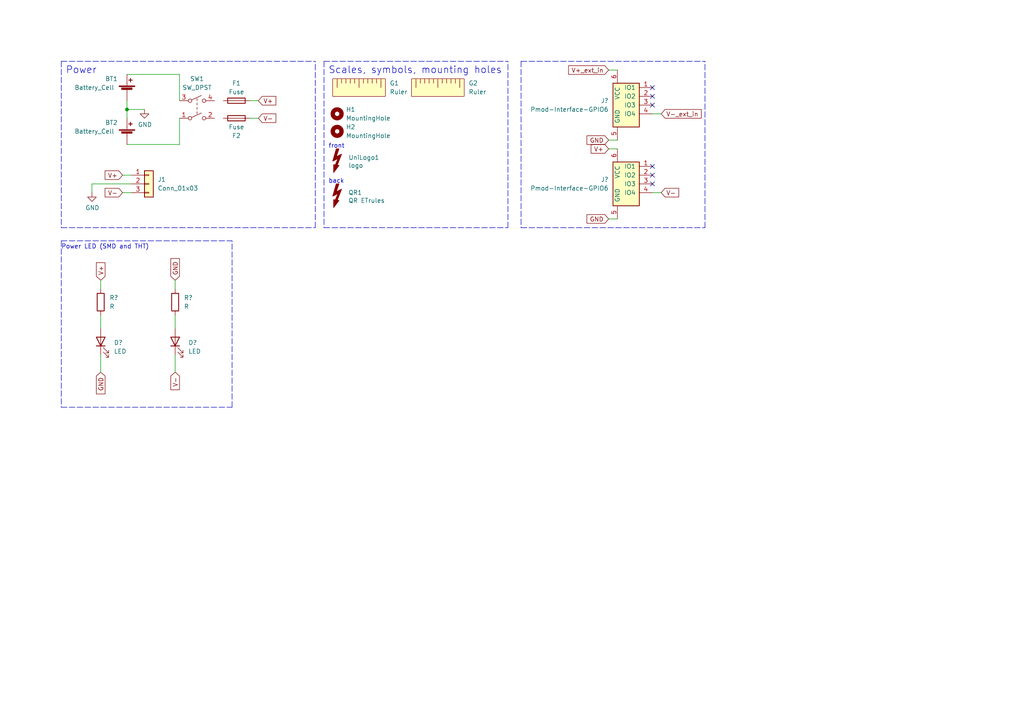
<source format=kicad_sch>
(kicad_sch (version 20211123) (generator eeschema)
  (paper "A4")
  (lib_symbols
    (symbol "Connector_Generic:Conn_01x03" (pin_names (offset 1.016) hide)
      (property "Reference" "J" (at 0 5.08 0))
      (property "Value" "Conn_01x03" (at 0 -5.08 0))
      (symbol "Conn_01x03_1_1"
        (rectangle (start -1.27 -2.413) (end 0 -2.667) (stroke (width 0.1524)))
        (rectangle (start -1.27 0.127) (end 0 -0.127) (stroke (width 0.1524)))
        (rectangle (start -1.27 2.667) (end 0 2.413) (stroke (width 0.1524)))
        (rectangle (start -1.27 3.81) (end 1.27 -3.81) (stroke (width 0.254)) (fill (type background)))
        (pin passive line (at -5.08 2.54 0) (length 3.81) (name "Pin_1") (number "1"))
        (pin passive line (at -5.08 0 0) (length 3.81) (name "Pin_2") (number "2"))
        (pin passive line (at -5.08 -2.54 0) (length 3.81) (name "Pin_3") (number "3"))
      )
    )
    (symbol "Device:Battery_Cell" (pin_numbers hide) (pin_names (offset 0) hide)
      (property "Reference" "BT" (at 2.54 2.54 0))
      (property "Value" "Battery_Cell" (at 2.54 0 0))
      (symbol "Battery_Cell_0_1"
        (rectangle (start -2.286 1.778) (end 2.286 1.524) (fill (type outline)))
        (rectangle (start -1.5748 1.1938) (end 1.4732 0.6858) (fill (type outline)))
        (polyline (pts (xy 0 0.762) (xy 0 0)))
        (polyline (pts (xy 0 1.778) (xy 0 2.54)))
        (polyline (pts (xy 0.508 3.429) (xy 1.524 3.429)) (stroke (width 0.254)))
        (polyline (pts (xy 1.016 3.937) (xy 1.016 2.921)) (stroke (width 0.254)))
      )
      (symbol "Battery_Cell_1_1"
        (pin passive line (at 0 5.08 270) (length 2.54) (name "+") (number "1"))
        (pin passive line (at 0 -2.54 90) (length 2.54) (name "-") (number "2"))
      )
    )
    (symbol "Device:Fuse" (pin_numbers hide) (pin_names (offset 0))
      (property "Reference" "F" (at 2.032 0 90))
      (property "Value" "Fuse" (at -1.905 0 90))
      (symbol "Fuse_0_1"
        (rectangle (start -0.762 -2.54) (end 0.762 2.54) (stroke (width 0.254)))
        (polyline (pts (xy 0 2.54) (xy 0 -2.54)))
      )
      (symbol "Fuse_1_1"
        (pin passive line (at 0 3.81 270) (length 1.27) (name "~") (number "1"))
        (pin passive line (at 0 -3.81 90) (length 1.27) (name "~") (number "2"))
      )
    )
    (symbol "Device:LED" (pin_numbers hide) (pin_names (offset 1.016) hide)
      (property "Reference" "D" (at 0 2.54 0))
      (property "Value" "LED" (at 0 -2.54 0))
      (symbol "LED_0_1"
        (polyline (pts (xy -1.27 -1.27) (xy -1.27 1.27)) (stroke (width 0.254)))
        (polyline (pts (xy -1.27 0) (xy 1.27 0)))
        (polyline (pts (xy 1.27 -1.27) (xy 1.27 1.27) (xy -1.27 0) (xy 1.27 -1.27)) (stroke (width 0.254)))
        (polyline (pts (xy -3.048 -0.762) (xy -4.572 -2.286) (xy -3.81 -2.286) (xy -4.572 -2.286) (xy -4.572 -1.524)))
        (polyline (pts (xy -1.778 -0.762) (xy -3.302 -2.286) (xy -2.54 -2.286) (xy -3.302 -2.286) (xy -3.302 -1.524)))
      )
      (symbol "LED_1_1"
        (pin passive line (at -3.81 0 0) (length 2.54) (name "K") (number "1"))
        (pin passive line (at 3.81 0 180) (length 2.54) (name "A") (number "2"))
      )
    )
    (symbol "Device:R" (pin_numbers hide) (pin_names (offset 0))
      (property "Reference" "R" (at 2.032 0 90))
      (property "Value" "R" (at 0 0 90))
      (symbol "R_0_1"
        (rectangle (start -1.016 -2.54) (end 1.016 2.54) (stroke (width 0.254)))
      )
      (symbol "R_1_1"
        (pin passive line (at 0 3.81 270) (length 1.27) (name "~") (number "1"))
        (pin passive line (at 0 -3.81 90) (length 1.27) (name "~") (number "2"))
      )
    )
    (symbol "Graphic:SYM_Flash_Small" (pin_names (offset 1.016))
      (symbol "SYM_Flash_Small_0_1"
        (polyline (pts (xy 0.508 -1.016) (xy -1.016 -0.762) (xy -1.016 -3.048) (xy 0.508 -1.016)) (stroke (width 0.2032)) (fill (type outline)))
        (polyline (pts (xy -0.254 3.81) (xy 0.508 3.81) (xy -0.254 1.524) (xy 1.27 2.286) (xy 0 -1.016) (xy -0.508 -0.762) (xy 0.254 1.016) (xy -1.27 0.254) (xy -0.254 3.81)) (stroke (width 0.2032)) (fill (type outline)))
      )
    )
    (symbol "Mechanical:MountingHole" (pin_names (offset 1.016))
      (property "Reference" "H" (at 0 5.08 0))
      (property "Value" "MountingHole" (at 0 3.175 0))
      (symbol "MountingHole_0_1"
        (circle (center 0 0) (radius 1.27) (stroke (width 1.27)))
      )
    )
    (symbol "Switch:SW_DPST" (pin_names (offset 0) hide)
      (property "Reference" "SW" (at 0 5.08 0))
      (property "Value" "SW_DPST" (at 0 -5.08 0))
      (symbol "SW_DPST_0_0"
        (circle (center -2.032 -2.54) (radius 0.508))
        (circle (center -2.032 2.54) (radius 0.508))
        (polyline (pts (xy -1.524 -2.286) (xy 1.27 -1.016)))
        (polyline (pts (xy -1.524 2.794) (xy 1.27 4.064)))
        (polyline (pts (xy 0 -1.27) (xy 0 -0.635)))
        (polyline (pts (xy 0 0) (xy 0 0.635)))
        (polyline (pts (xy 0 1.27) (xy 0 1.905)))
        (polyline (pts (xy 0 2.54) (xy 0 3.175)))
        (circle (center 2.032 -2.54) (radius 0.508))
        (circle (center 2.032 2.54) (radius 0.508))
      )
      (symbol "SW_DPST_1_1"
        (pin passive line (at -5.08 -2.54 0) (length 2.54) (name "1") (number "1"))
        (pin passive line (at 5.08 -2.54 180) (length 2.54) (name "2") (number "2"))
        (pin passive line (at -5.08 2.54 0) (length 2.54) (name "3") (number "3"))
        (pin passive line (at 5.08 2.54 180) (length 2.54) (name "4") (number "4"))
      )
    )
    (symbol "emt-pmos:Pmod-Interface-GPIO6" (pin_names (offset 1.016))
      (property "Reference" "J" (at 0 7.62 0))
      (property "Value" "Pmod-Interface-GPIO6" (at 10.16 -8.89 0))
      (symbol "Pmod-Interface-GPIO6_1_1"
        (rectangle (start 3.81 -6.35) (end -3.81 6.35) (stroke (width 0.254)) (fill (type background)))
        (pin bidirectional line (at 7.62 5.08 180) (length 3.81) (name "IO1") (number "1"))
        (pin bidirectional line (at 7.62 2.54 180) (length 3.81) (name "IO2") (number "2"))
        (pin bidirectional line (at 7.62 0 180) (length 3.81) (name "IO3") (number "3"))
        (pin bidirectional line (at 7.62 -2.54 180) (length 3.81) (name "IO4") (number "4"))
        (pin power_in line (at -2.54 -10.16 90) (length 3.81) (name "GND") (number "5"))
        (pin power_in line (at -2.54 10.16 270) (length 3.81) (name "VCC") (number "6"))
      )
    )
    (symbol "et-ruler-symbols:Ruler" (pin_numbers hide) (pin_names (offset 0) hide)
      (property "Reference" "G" (at 0 5.08 0))
      (property "Value" "Ruler" (at 0 -3.81 0))
      (symbol "Ruler_0_1"
        (rectangle (start -7.62 2.54) (end 7.62 -2.54) (fill (type background)))
        (polyline (pts (xy -6.35 2.54) (xy -6.35 0)))
        (polyline (pts (xy -5.08 2.54) (xy -5.08 1.27)))
        (polyline (pts (xy -3.81 2.54) (xy -3.81 1.27)))
        (polyline (pts (xy -2.54 2.54) (xy -2.54 1.27)))
        (polyline (pts (xy -1.27 2.54) (xy -1.27 1.27)))
        (polyline (pts (xy 0 2.54) (xy 0 0)))
        (polyline (pts (xy 1.27 2.54) (xy 1.27 1.27)))
        (polyline (pts (xy 2.54 2.54) (xy 2.54 1.27)))
        (polyline (pts (xy 3.81 2.54) (xy 3.81 1.27)))
        (polyline (pts (xy 5.08 2.54) (xy 5.08 1.27)))
        (polyline (pts (xy 6.35 2.54) (xy 6.35 0)))
      )
    )
    (symbol "power:GND" (power) (pin_names (offset 0))
      (property "Value" "GND" (at 0 -3.81 0))
      (symbol "GND_0_1"
        (polyline (pts (xy 0 0) (xy 0 -1.27) (xy 1.27 -1.27) (xy 0 -2.54) (xy -1.27 -1.27) (xy 0 -1.27)))
      )
      (symbol "GND_1_1"
        (pin power_in line (at 0 0 270) (length 0) hide (name "GND") (number "1"))
      )
    )
  )
  (junction (at 36.83 31.75))
  (no_connect (at 189.23 27.94))
  (no_connect (at 189.23 53.34))
  (no_connect (at 189.23 50.8))
  (no_connect (at 189.23 25.4))
  (no_connect (at 189.23 48.26))
  (no_connect (at 189.23 30.48))
  (polyline (pts (xy 93.98 66.04) (xy 147.32 66.04)))
  (wire (pts (xy 52.07 21.59) (xy 52.07 29.21)))
  (wire (pts (xy 176.53 20.32) (xy 179.07 20.32)))
  (wire (pts (xy 35.56 55.88) (xy 38.1 55.88)))
  (wire (pts (xy 189.23 33.02) (xy 191.77 33.02)))
  (wire (pts (xy 176.53 63.5) (xy 179.07 63.5)))
  (polyline (pts (xy 17.78 69.85) (xy 17.78 118.11)))
  (wire (pts (xy 29.21 81.28) (xy 29.21 83.82)))
  (polyline (pts (xy 67.31 118.11) (xy 67.31 69.85)))
  (polyline (pts (xy 151.13 66.04) (xy 204.47 66.04)))
  (wire (pts (xy 35.56 50.8) (xy 38.1 50.8)))
  (polyline (pts (xy 17.78 118.11) (xy 67.31 118.11)))
  (wire (pts (xy 176.53 40.64) (xy 179.07 40.64)))
  (polyline (pts (xy 151.13 17.78) (xy 204.47 17.78)))
  (wire (pts (xy 36.83 41.91) (xy 52.07 41.91)))
  (wire (pts (xy 29.21 102.87) (xy 29.21 107.95)))
  (wire (pts (xy 52.07 41.91) (xy 52.07 34.29)))
  (wire (pts (xy 26.67 53.34) (xy 38.1 53.34)))
  (polyline (pts (xy 204.47 66.04) (xy 204.47 17.78)))
  (wire (pts (xy 72.39 29.21) (xy 74.93 29.21)))
  (polyline (pts (xy 91.44 66.04) (xy 91.44 17.78)))
  (wire (pts (xy 50.8 91.44) (xy 50.8 95.25)))
  (polyline (pts (xy 17.78 17.78) (xy 17.78 66.04)))
  (wire (pts (xy 50.8 81.28) (xy 50.8 83.82)))
  (polyline (pts (xy 17.78 66.04) (xy 91.44 66.04)))
  (polyline (pts (xy 151.13 17.78) (xy 151.13 66.04)))
  (wire (pts (xy 50.8 102.87) (xy 50.8 107.95)))
  (wire (pts (xy 36.83 31.75) (xy 36.83 29.21)))
  (polyline (pts (xy 93.98 17.78) (xy 93.98 66.04)))
  (polyline (pts (xy 17.78 17.78) (xy 91.44 17.78)))
  (wire (pts (xy 176.53 43.18) (xy 179.07 43.18)))
  (polyline (pts (xy 93.98 17.78) (xy 147.32 17.78)))
  (wire (pts (xy 41.91 31.75) (xy 36.83 31.75)))
  (polyline (pts (xy 147.32 66.04) (xy 147.32 17.78)))
  (polyline (pts (xy 17.78 69.85) (xy 67.31 69.85)))
  (wire (pts (xy 72.39 34.29) (xy 74.93 34.29)))
  (wire (pts (xy 29.21 91.44) (xy 29.21 95.25)))
  (wire (pts (xy 36.83 21.59) (xy 52.07 21.59)))
  (wire (pts (xy 26.67 55.88) (xy 26.67 53.34)))
  (wire (pts (xy 189.23 55.88) (xy 191.77 55.88)))
  (wire (pts (xy 36.83 31.75) (xy 36.83 34.29)))
  (text "front" (at 95.25 43.18 0) (effects (font (size 1.27 1.27)) (justify left bottom)))
  (text "Power LED (SMD and THT)" (at 17.78 72.39 0) (effects (font (size 1.27 1.27)) (justify left bottom)))
  (text "back" (at 95.25 53.34 0) (effects (font (size 1.27 1.27)) (justify left bottom)))
  (text "Power" (at 19.05 21.59 0) (effects (font (size 2 2)) (justify left bottom)))
  (text "Scales, symbols, mounting holes" (at 95.25 21.59 0) (effects (font (size 2 2)) (justify left bottom)))
  (global_label "GND" (shape input) (at 176.53 40.64 180) (property "Intersheet References" "${INTERSHEET_REFS}" (effects hide)))
  (global_label "V+" (shape input) (at 74.93 29.21 0) (property "Intersheet References" "${INTERSHEET_REFS}" (effects hide)))
  (global_label "V+" (shape input) (at 35.56 50.8 180) (property "Intersheet References" "${INTERSHEET_REFS}" (effects hide)))
  (global_label "V-" (shape input) (at 50.8 107.95 270) (property "Intersheet References" "${INTERSHEET_REFS}" (effects hide)))
  (global_label "V+_ext_in" (shape input) (at 176.53 20.32 180) (property "Intersheet References" "${INTERSHEET_REFS}" (effects hide)))
  (global_label "GND" (shape input) (at 50.8 81.28 90) (property "Intersheet References" "${INTERSHEET_REFS}" (effects hide)))
  (global_label "V-" (shape input) (at 191.77 55.88 0) (property "Intersheet References" "${INTERSHEET_REFS}" (effects hide)))
  (global_label "V-" (shape input) (at 74.93 34.29 0) (property "Intersheet References" "${INTERSHEET_REFS}" (effects hide)))
  (global_label "V+" (shape input) (at 29.21 81.28 90) (property "Intersheet References" "${INTERSHEET_REFS}" (effects hide)))
  (global_label "V-_ext_in" (shape input) (at 191.77 33.02 0) (property "Intersheet References" "${INTERSHEET_REFS}" (effects hide)))
  (global_label "V-" (shape input) (at 35.56 55.88 180) (property "Intersheet References" "${INTERSHEET_REFS}" (effects hide)))
  (global_label "GND" (shape input) (at 29.21 107.95 270) (property "Intersheet References" "${INTERSHEET_REFS}" (effects hide)))
  (global_label "V+" (shape input) (at 176.53 43.18 180) (property "Intersheet References" "${INTERSHEET_REFS}" (effects hide)))
  (global_label "GND" (shape input) (at 176.53 63.5 180) (property "Intersheet References" "${INTERSHEET_REFS}" (effects hide)))
  (symbol (lib_id "Mechanical:MountingHole") (at 97.79 38.1 0) (unit 1)
    (property "Reference" "H2" (at 100.33 36.8299 0) (effects (justify left)))
    (property "Value" "MountingHole" (at 100.33 39.3699 0) (effects (justify left)))
    (property "Footprint" "MountingHole:MountingHole_3.2mm_M3" (effects hide))
  )
  (symbol (lib_id "et-ruler-symbols:Ruler") (at 127 25.4 0) (unit 1)
    (property "Reference" "G2" (at 135.89 24.1299 0) (effects (justify left)))
    (property "Value" "Ruler" (at 135.89 26.6699 0) (effects (justify left)))
    (property "Footprint" "et-ruler-footprints:Metric_Ruler_160mm_top" (effects hide))
  )
  (symbol (lib_id "Switch:SW_DPST") (at 57.15 31.75 0) (unit 1)
    (property "Reference" "SW1" (at 57.15 22.86 0))
    (property "Value" "SW_DPST" (at 57.15 25.4 0))
  )
  (symbol (lib_id "Connector_Generic:Conn_01x03") (at 43.18 53.34 0) (unit 1)
    (property "Reference" "J1" (at 45.72 52.0699 0) (effects (justify left)))
    (property "Value" "Conn_01x03" (at 45.72 54.6099 0) (effects (justify left)))
  )
  (symbol (lib_id "power:GND") (at 41.91 31.75 0) (unit 1)
    (property "Reference" "#PWR02" (effects hide))
    (property "Value" "GND" (at 42.037 36.1442 0))
  )
  (symbol (lib_id "Graphic:SYM_Flash_Small") (at 97.79 46.99 0) (unit 1)
    (property "Reference" "UniLogo1" (at 101.0412 45.6946 0) (effects (justify left)))
    (property "Value" "logo" (at 101.0412 48.006 0) (effects (justify left)))
    (property "Footprint" "Symbol-emt:UPB-Logo_De_15.9X5.6mm" (effects hide))
  )
  (symbol (lib_id "Device:R") (at 50.8 87.63 0) (unit 1)
    (property "Reference" "R?" (at 53.34 86.3599 0) (effects (justify left)))
    (property "Value" "R" (at 53.34 88.8999 0) (effects (justify left)))
    (property "Footprint" "et-ruler-footprints:R_0805_THT_10.16mm_Hybrid" (effects hide))
  )
  (symbol (lib_id "Device:LED") (at 29.21 99.06 90) (unit 1)
    (property "Reference" "D?" (at 33.02 99.3774 90) (effects (justify right)))
    (property "Value" "LED" (at 33.02 101.9174 90) (effects (justify right)))
    (property "Footprint" "et-ruler-footprints:LED_THT_SMD_Hybrid_D3.0mm" (effects hide))
  )
  (symbol (lib_id "Device:Battery_Cell") (at 36.83 26.67 0) (unit 1)
    (property "Reference" "BT1" (at 30.48 22.86 0) (effects (justify left)))
    (property "Value" "Battery_Cell" (at 21.59 25.4 0) (effects (justify left)))
    (property "Footprint" "et-ruler-footprints:BatteryHolder_Keystone_1060_1x2032_adhesive_Hybrid" (effects hide))
  )
  (symbol (lib_id "Device:Fuse") (at 68.58 29.21 90) (mirror x) (unit 1)
    (property "Reference" "F1" (at 68.58 24.13 90))
    (property "Value" "Fuse" (at 68.58 26.67 90))
    (property "Footprint" "et-ruler-footprints:R_0805_THT_5.08mm_Hybrid" (effects hide))
  )
  (symbol (lib_id "Mechanical:MountingHole") (at 97.79 33.02 0) (unit 1)
    (property "Reference" "H1" (at 100.33 31.7499 0) (effects (justify left)))
    (property "Value" "MountingHole" (at 100.33 34.2899 0) (effects (justify left)))
    (property "Footprint" "MountingHole:MountingHole_3.2mm_M3" (effects hide))
  )
  (symbol (lib_id "Graphic:SYM_Flash_Small") (at 97.79 57.15 0) (unit 1)
    (property "Reference" "QR1" (at 101.0158 55.8546 0) (effects (justify left)))
    (property "Value" "QR ETrules" (at 101.0158 58.166 0) (effects (justify left)))
    (property "Footprint" "et-ruler-footprints:QR-Code_15x15" (effects hide))
  )
  (symbol (lib_id "emt-pmos:Pmod-Interface-GPIO6") (at 181.61 30.48 0) (unit 1)
    (property "Reference" "J?" (at 176.53 29.2099 0) (effects (justify right)))
    (property "Value" "Pmod-Interface-GPIO6" (at 176.53 31.7499 0) (effects (justify right)))
    (property "Footprint" "emt-pmod:Pmod_Interface_Male6" (effects hide))
  )
  (symbol (lib_id "power:GND") (at 26.67 55.88 0) (unit 1)
    (property "Reference" "#PWR01" (effects hide))
    (property "Value" "GND" (at 26.797 60.2742 0))
  )
  (symbol (lib_id "emt-pmos:Pmod-Interface-GPIO6") (at 181.61 53.34 0) (unit 1)
    (property "Reference" "J?" (at 176.53 52.0699 0) (effects (justify right)))
    (property "Value" "Pmod-Interface-GPIO6" (at 176.53 54.6099 0) (effects (justify right)))
    (property "Footprint" "emt-pmod:Pmod_Interface_Female6" (effects hide))
  )
  (symbol (lib_id "et-ruler-symbols:Ruler") (at 104.14 25.4 0) (unit 1)
    (property "Reference" "G1" (at 113.03 24.1299 0) (effects (justify left)))
    (property "Value" "Ruler" (at 113.03 26.6699 0) (effects (justify left)))
    (property "Footprint" "et-ruler-footprints:Metric_Ruler_160mm_top" (effects hide))
  )
  (symbol (lib_id "Device:Battery_Cell") (at 36.83 39.37 0) (unit 1)
    (property "Reference" "BT2" (at 30.48 35.56 0) (effects (justify left)))
    (property "Value" "Battery_Cell" (at 21.59 38.1 0) (effects (justify left)))
    (property "Footprint" "et-ruler-footprints:BatteryHolder_Keystone_1060_1x2032_adhesive_Hybrid" (effects hide))
  )
  (symbol (lib_id "Device:R") (at 29.21 87.63 0) (unit 1)
    (property "Reference" "R?" (at 31.75 86.3599 0) (effects (justify left)))
    (property "Value" "R" (at 31.75 88.8999 0) (effects (justify left)))
    (property "Footprint" "et-ruler-footprints:R_0805_THT_10.16mm_Hybrid" (effects hide))
  )
  (symbol (lib_id "Device:Fuse") (at 68.58 34.29 90) (unit 1)
    (property "Reference" "F2" (at 68.58 39.37 90))
    (property "Value" "Fuse" (at 68.58 36.83 90))
    (property "Footprint" "et-ruler-footprints:R_0805_THT_5.08mm_Hybrid" (effects hide))
  )
  (symbol (lib_id "Device:LED") (at 50.8 99.06 90) (unit 1)
    (property "Reference" "D?" (at 54.61 99.3774 90) (effects (justify right)))
    (property "Value" "LED" (at 54.61 101.9174 90) (effects (justify right)))
    (property "Footprint" "et-ruler-footprints:LED_THT_SMD_Hybrid_D3.0mm" (effects hide))
  )
)
</source>
